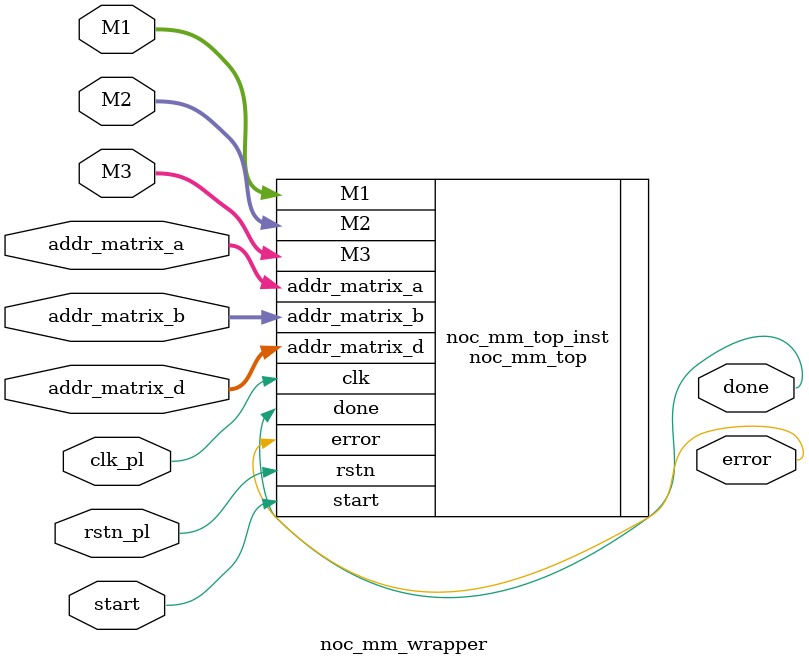
<source format=v>

`timescale 1ns / 1ps

module noc_mm_wrapper #(
    parameter D_W = 8,
    parameter D_W_ACC = 32,
    parameter N1 = 2,
    parameter N2 = 2,
    parameter MATRIXSIZE_W = 24,
    parameter MEM_DEPTH_A = 1024,
    parameter MEM_DEPTH_B = 2048,
    parameter MEM_DEPTH_D = 512,
    parameter AXI_ADDR_WIDTH = 64,
    parameter AXI_DATA_WIDTH = 128,
    parameter AXI_ID_WIDTH = 16
)(
    input wire clk_pl,
    input wire rstn_pl,

    // Control signals (from VIO or AXI-Lite)
    input wire start,
    output wire done,
    output wire error,

    // Configuration
    input wire [MATRIXSIZE_W-1:0] M1,
    input wire [MATRIXSIZE_W-1:0] M2,
    input wire [MATRIXSIZE_W-1:0] M3,
    input wire [AXI_ADDR_WIDTH-1:0] addr_matrix_a,
    input wire [AXI_ADDR_WIDTH-1:0] addr_matrix_b,
    input wire [AXI_ADDR_WIDTH-1:0] addr_matrix_d
);

noc_mm_top #(
    .D_W(D_W),
    .D_W_ACC(D_W_ACC),
    .N1(N1),
    .N2(N2),
    .MATRIXSIZE_W(MATRIXSIZE_W),
    .MEM_DEPTH_A(MEM_DEPTH_A),
    .MEM_DEPTH_B(MEM_DEPTH_B),
    .MEM_DEPTH_D(MEM_DEPTH_D),
    .AXI_ADDR_WIDTH(AXI_ADDR_WIDTH),
    .AXI_DATA_WIDTH(AXI_DATA_WIDTH),
    .AXI_ID_WIDTH(AXI_ID_WIDTH)
) noc_mm_top_inst (
    .clk(clk_pl),
    .rstn(rstn_pl),
    .start(start),
    .done(done),
    .error(error),
    .M1(M1),
    .M2(M2),
    .M3(M3),
    .addr_matrix_a(addr_matrix_a),
    .addr_matrix_b(addr_matrix_b),
    .addr_matrix_d(addr_matrix_d)
);

endmodule

</source>
